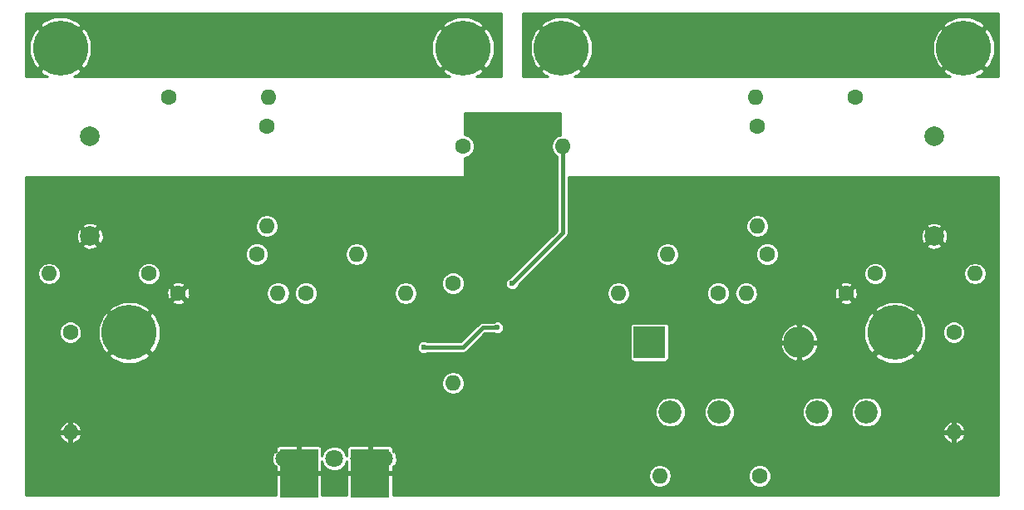
<source format=gbr>
G04 #@! TF.FileFunction,Copper,L2,Bot,Signal*
%FSLAX46Y46*%
G04 Gerber Fmt 4.6, Leading zero omitted, Abs format (unit mm)*
G04 Created by KiCad (PCBNEW 4.0.7-e2-6376~58~ubuntu14.04.1) date Sat Mar 16 06:29:51 2019*
%MOMM*%
%LPD*%
G01*
G04 APERTURE LIST*
%ADD10C,0.100000*%
%ADD11C,5.600000*%
%ADD12C,1.998980*%
%ADD13C,1.600000*%
%ADD14O,1.600000X1.600000*%
%ADD15C,2.350000*%
%ADD16C,1.800000*%
%ADD17R,3.960000X5.000000*%
%ADD18R,3.200000X3.200000*%
%ADD19O,3.200000X3.200000*%
%ADD20C,0.600000*%
%ADD21C,0.400000*%
%ADD22C,0.254000*%
G04 APERTURE END LIST*
D10*
D11*
X88000000Y-37000000D03*
X37000000Y-37000000D03*
X129000000Y-37000000D03*
X78000000Y-37000000D03*
D12*
X126000000Y-46000000D03*
X126000000Y-56160000D03*
X40000000Y-46000000D03*
X40000000Y-56160000D03*
D13*
X118000000Y-42000000D03*
D14*
X107840000Y-42000000D03*
D13*
X108000000Y-45000000D03*
D14*
X108000000Y-55160000D03*
D13*
X109000000Y-58000000D03*
D14*
X98840000Y-58000000D03*
D13*
X120000000Y-60000000D03*
D14*
X130160000Y-60000000D03*
D13*
X128000000Y-66000000D03*
D14*
X128000000Y-76160000D03*
D13*
X104000000Y-62000000D03*
D14*
X93840000Y-62000000D03*
D13*
X117000000Y-62000000D03*
D14*
X106840000Y-62000000D03*
D15*
X104100000Y-74100000D03*
X99100000Y-74100000D03*
X114100000Y-74100000D03*
X119100000Y-74100000D03*
D13*
X78000000Y-47000000D03*
D14*
X88160000Y-47000000D03*
D13*
X48000000Y-42000000D03*
D14*
X58160000Y-42000000D03*
D13*
X58000000Y-45000000D03*
D14*
X58000000Y-55160000D03*
D13*
X57000000Y-58000000D03*
D14*
X67160000Y-58000000D03*
D13*
X46000000Y-60000000D03*
D14*
X35840000Y-60000000D03*
D13*
X38000000Y-66000000D03*
D14*
X38000000Y-76160000D03*
D13*
X62000000Y-62000000D03*
D14*
X72160000Y-62000000D03*
D13*
X49000000Y-62000000D03*
D14*
X59160000Y-62000000D03*
D13*
X77000000Y-61000000D03*
D14*
X77000000Y-71160000D03*
D13*
X108200000Y-80600000D03*
D14*
X98040000Y-80600000D03*
D16*
X69980000Y-78843000D03*
X59820000Y-78843000D03*
D17*
X61280000Y-80350000D03*
X68520000Y-80350000D03*
D16*
X67440000Y-78843000D03*
X62360000Y-78843000D03*
X64900000Y-78843000D03*
D18*
X97000000Y-67000000D03*
D19*
X112240000Y-67000000D03*
D11*
X44000000Y-66000000D03*
X122000000Y-66000000D03*
D20*
X110000000Y-62000000D03*
X98100000Y-61900000D03*
X65400000Y-67400000D03*
X65000000Y-70900000D03*
X71000000Y-70900000D03*
X75200000Y-70200000D03*
X84000000Y-71900000D03*
X98300000Y-71800000D03*
X108600000Y-70900000D03*
X108600000Y-64600000D03*
X103700000Y-66700000D03*
X99900000Y-64300000D03*
X99800000Y-77700000D03*
X93500000Y-79000000D03*
X95300000Y-75500000D03*
X94500000Y-71300000D03*
X94500000Y-67700000D03*
X77100000Y-81900000D03*
X77100000Y-78500000D03*
X83500000Y-81800000D03*
X83500000Y-78800000D03*
X69600000Y-64100000D03*
X74400000Y-62900000D03*
X72500000Y-65800000D03*
X79400000Y-68400000D03*
X80800000Y-72700000D03*
X82000000Y-58000000D03*
X78800000Y-62100000D03*
X75000000Y-57700000D03*
X77300000Y-65800000D03*
X83700000Y-67500000D03*
X86500000Y-64400000D03*
X91000000Y-57600000D03*
X91700000Y-60500000D03*
X89500000Y-54000000D03*
X93200000Y-54000000D03*
X76700000Y-54000000D03*
X69600000Y-57700000D03*
X69100000Y-54300000D03*
X85500000Y-56500000D03*
X83000000Y-45000000D03*
X80000000Y-56000000D03*
X64000000Y-51000000D03*
X102000000Y-51000000D03*
X81500000Y-65500000D03*
X74000000Y-67500000D03*
X83000000Y-61000000D03*
D21*
X112240000Y-67000000D02*
X112240000Y-64240000D01*
X112240000Y-64240000D02*
X110000000Y-62000000D01*
X65400000Y-70500000D02*
X65400000Y-67400000D01*
X65000000Y-70900000D02*
X65400000Y-70500000D01*
X74500000Y-70900000D02*
X71000000Y-70900000D01*
X75200000Y-70200000D02*
X74500000Y-70900000D01*
X85050000Y-66150000D02*
X85050000Y-70850000D01*
X85050000Y-70850000D02*
X84000000Y-71900000D01*
X108600000Y-64600000D02*
X108600000Y-70900000D01*
X102300000Y-66700000D02*
X103700000Y-66700000D01*
X99900000Y-64300000D02*
X102300000Y-66700000D01*
X95300000Y-77700000D02*
X99800000Y-77700000D01*
X94400000Y-79000000D02*
X93500000Y-79000000D01*
X95300000Y-78100000D02*
X94400000Y-79000000D01*
X95300000Y-75500000D02*
X95300000Y-77700000D01*
X95300000Y-77700000D02*
X95300000Y-78100000D01*
X94500000Y-67700000D02*
X94500000Y-71300000D01*
X77100000Y-78500000D02*
X77100000Y-81900000D01*
X83500000Y-78800000D02*
X83500000Y-81800000D01*
X69600000Y-57700000D02*
X69600000Y-64100000D01*
X79400000Y-68400000D02*
X79400000Y-71300000D01*
X79400000Y-71300000D02*
X80800000Y-72700000D01*
X82000000Y-58000000D02*
X82000000Y-58900000D01*
X80000000Y-56000000D02*
X82000000Y-58000000D01*
X82000000Y-58900000D02*
X78800000Y-62100000D01*
X83700000Y-67500000D02*
X85050000Y-66150000D01*
X85050000Y-66150000D02*
X86400000Y-64800000D01*
X86400000Y-64500000D02*
X86500000Y-64400000D01*
X86400000Y-64800000D02*
X86400000Y-64500000D01*
X91500000Y-54000000D02*
X91500000Y-57100000D01*
X91500000Y-57100000D02*
X91000000Y-57600000D01*
X89500000Y-54000000D02*
X91500000Y-54000000D01*
X91500000Y-54000000D02*
X93200000Y-54000000D01*
X76700000Y-56000000D02*
X76700000Y-54000000D01*
X75000000Y-57700000D02*
X69600000Y-57700000D01*
X76700000Y-56000000D02*
X75000000Y-57700000D01*
X80000000Y-56000000D02*
X76700000Y-56000000D01*
X88160000Y-47000000D02*
X88160000Y-55840000D01*
X88160000Y-55840000D02*
X83000000Y-61000000D01*
X80000000Y-65500000D02*
X81500000Y-65500000D01*
X78000000Y-67500000D02*
X80000000Y-65500000D01*
X74000000Y-67500000D02*
X78000000Y-67500000D01*
D22*
G36*
X87873000Y-45875501D02*
X87686523Y-45912594D01*
X87304676Y-46167735D01*
X87049535Y-46549582D01*
X86959941Y-47000000D01*
X87049535Y-47450418D01*
X87304676Y-47832265D01*
X87583000Y-48018234D01*
X87583000Y-55600998D01*
X82857727Y-60326271D01*
X82617011Y-60425733D01*
X82426402Y-60616010D01*
X82323118Y-60864746D01*
X82322883Y-61134073D01*
X82425733Y-61382989D01*
X82616010Y-61573598D01*
X82864746Y-61676882D01*
X83134073Y-61677117D01*
X83382989Y-61574267D01*
X83573598Y-61383990D01*
X83674137Y-61141865D01*
X84582909Y-60233093D01*
X118822796Y-60233093D01*
X119001606Y-60665846D01*
X119332412Y-60997230D01*
X119764853Y-61176795D01*
X120233093Y-61177204D01*
X120665846Y-60998394D01*
X120997230Y-60667588D01*
X121176795Y-60235147D01*
X121177000Y-60000000D01*
X128959941Y-60000000D01*
X129049535Y-60450418D01*
X129304676Y-60832265D01*
X129686523Y-61087406D01*
X130136941Y-61177000D01*
X130183059Y-61177000D01*
X130633477Y-61087406D01*
X131015324Y-60832265D01*
X131270465Y-60450418D01*
X131360059Y-60000000D01*
X131270465Y-59549582D01*
X131015324Y-59167735D01*
X130633477Y-58912594D01*
X130183059Y-58823000D01*
X130136941Y-58823000D01*
X129686523Y-58912594D01*
X129304676Y-59167735D01*
X129049535Y-59549582D01*
X128959941Y-60000000D01*
X121177000Y-60000000D01*
X121177204Y-59766907D01*
X120998394Y-59334154D01*
X120667588Y-59002770D01*
X120235147Y-58823205D01*
X119766907Y-58822796D01*
X119334154Y-59001606D01*
X119002770Y-59332412D01*
X118823205Y-59764853D01*
X118822796Y-60233093D01*
X84582909Y-60233093D01*
X86816002Y-58000000D01*
X97639941Y-58000000D01*
X97729535Y-58450418D01*
X97984676Y-58832265D01*
X98366523Y-59087406D01*
X98816941Y-59177000D01*
X98863059Y-59177000D01*
X99313477Y-59087406D01*
X99695324Y-58832265D01*
X99950465Y-58450418D01*
X99993693Y-58233093D01*
X107822796Y-58233093D01*
X108001606Y-58665846D01*
X108332412Y-58997230D01*
X108764853Y-59176795D01*
X109233093Y-59177204D01*
X109665846Y-58998394D01*
X109997230Y-58667588D01*
X110176795Y-58235147D01*
X110177204Y-57766907D01*
X109998394Y-57334154D01*
X109835711Y-57171186D01*
X125168419Y-57171186D01*
X125281198Y-57365411D01*
X125797205Y-57548728D01*
X126344085Y-57520624D01*
X126718802Y-57365411D01*
X126831581Y-57171186D01*
X126000000Y-56339605D01*
X125168419Y-57171186D01*
X109835711Y-57171186D01*
X109667588Y-57002770D01*
X109235147Y-56823205D01*
X108766907Y-56822796D01*
X108334154Y-57001606D01*
X108002770Y-57332412D01*
X107823205Y-57764853D01*
X107822796Y-58233093D01*
X99993693Y-58233093D01*
X100040059Y-58000000D01*
X99950465Y-57549582D01*
X99695324Y-57167735D01*
X99313477Y-56912594D01*
X98863059Y-56823000D01*
X98816941Y-56823000D01*
X98366523Y-56912594D01*
X97984676Y-57167735D01*
X97729535Y-57549582D01*
X97639941Y-58000000D01*
X86816002Y-58000000D01*
X88568001Y-56248001D01*
X88693078Y-56060808D01*
X88737001Y-55840000D01*
X88737000Y-55839995D01*
X88737000Y-55136941D01*
X106823000Y-55136941D01*
X106823000Y-55183059D01*
X106912594Y-55633477D01*
X107167735Y-56015324D01*
X107549582Y-56270465D01*
X108000000Y-56360059D01*
X108450418Y-56270465D01*
X108832265Y-56015324D01*
X108871098Y-55957205D01*
X124611272Y-55957205D01*
X124639376Y-56504085D01*
X124794589Y-56878802D01*
X124988814Y-56991581D01*
X125820395Y-56160000D01*
X126179605Y-56160000D01*
X127011186Y-56991581D01*
X127205411Y-56878802D01*
X127388728Y-56362795D01*
X127360624Y-55815915D01*
X127205411Y-55441198D01*
X127011186Y-55328419D01*
X126179605Y-56160000D01*
X125820395Y-56160000D01*
X124988814Y-55328419D01*
X124794589Y-55441198D01*
X124611272Y-55957205D01*
X108871098Y-55957205D01*
X109087406Y-55633477D01*
X109177000Y-55183059D01*
X109177000Y-55148814D01*
X125168419Y-55148814D01*
X126000000Y-55980395D01*
X126831581Y-55148814D01*
X126718802Y-54954589D01*
X126202795Y-54771272D01*
X125655915Y-54799376D01*
X125281198Y-54954589D01*
X125168419Y-55148814D01*
X109177000Y-55148814D01*
X109177000Y-55136941D01*
X109087406Y-54686523D01*
X108832265Y-54304676D01*
X108450418Y-54049535D01*
X108000000Y-53959941D01*
X107549582Y-54049535D01*
X107167735Y-54304676D01*
X106912594Y-54686523D01*
X106823000Y-55136941D01*
X88737000Y-55136941D01*
X88737000Y-50127000D01*
X132548000Y-50127000D01*
X132548000Y-82548000D01*
X70877000Y-82548000D01*
X70877000Y-80600000D01*
X96839941Y-80600000D01*
X96929535Y-81050418D01*
X97184676Y-81432265D01*
X97566523Y-81687406D01*
X98016941Y-81777000D01*
X98063059Y-81777000D01*
X98513477Y-81687406D01*
X98895324Y-81432265D01*
X99150465Y-81050418D01*
X99193693Y-80833093D01*
X107022796Y-80833093D01*
X107201606Y-81265846D01*
X107532412Y-81597230D01*
X107964853Y-81776795D01*
X108433093Y-81777204D01*
X108865846Y-81598394D01*
X109197230Y-81267588D01*
X109376795Y-80835147D01*
X109377204Y-80366907D01*
X109198394Y-79934154D01*
X108867588Y-79602770D01*
X108435147Y-79423205D01*
X107966907Y-79422796D01*
X107534154Y-79601606D01*
X107202770Y-79932412D01*
X107023205Y-80364853D01*
X107022796Y-80833093D01*
X99193693Y-80833093D01*
X99240059Y-80600000D01*
X99150465Y-80149582D01*
X98895324Y-79767735D01*
X98513477Y-79512594D01*
X98063059Y-79423000D01*
X98016941Y-79423000D01*
X97566523Y-79512594D01*
X97184676Y-79767735D01*
X96929535Y-80149582D01*
X96839941Y-80600000D01*
X70877000Y-80600000D01*
X70877000Y-80571250D01*
X70782750Y-80477000D01*
X68647000Y-80477000D01*
X68647000Y-80497000D01*
X68393000Y-80497000D01*
X68393000Y-80477000D01*
X66257250Y-80477000D01*
X66163000Y-80571250D01*
X66163000Y-82548000D01*
X63637000Y-82548000D01*
X63637000Y-80571250D01*
X63542750Y-80477000D01*
X61407000Y-80477000D01*
X61407000Y-80497000D01*
X61153000Y-80497000D01*
X61153000Y-80477000D01*
X59017250Y-80477000D01*
X58923000Y-80571250D01*
X58923000Y-82548000D01*
X33452000Y-82548000D01*
X33452000Y-78663991D01*
X58530347Y-78663991D01*
X58560012Y-79171146D01*
X58697020Y-79501912D01*
X58880911Y-79602484D01*
X58923000Y-79560395D01*
X58923000Y-80128750D01*
X59017250Y-80223000D01*
X61153000Y-80223000D01*
X61153000Y-79299070D01*
X61237020Y-79501912D01*
X61407000Y-79594876D01*
X61407000Y-79616392D01*
X61351290Y-79672102D01*
X61407000Y-79727812D01*
X61407000Y-80223000D01*
X63542750Y-80223000D01*
X63637000Y-80128750D01*
X63637000Y-79130314D01*
X63816781Y-79565417D01*
X64175693Y-79924957D01*
X64644875Y-80119778D01*
X65152897Y-80120221D01*
X65622417Y-79926219D01*
X65981957Y-79567307D01*
X66163000Y-79131306D01*
X66163000Y-80128750D01*
X66257250Y-80223000D01*
X68393000Y-80223000D01*
X68393000Y-79727812D01*
X68448710Y-79672102D01*
X68393000Y-79616392D01*
X68393000Y-79594876D01*
X68562980Y-79501912D01*
X68647000Y-79259992D01*
X68647000Y-80223000D01*
X70782750Y-80223000D01*
X70877000Y-80128750D01*
X70877000Y-79560395D01*
X70919089Y-79602484D01*
X71102980Y-79501912D01*
X71269653Y-79022009D01*
X71239988Y-78514854D01*
X71102980Y-78184088D01*
X70919089Y-78083516D01*
X70877000Y-78125605D01*
X70877000Y-77775010D01*
X70819605Y-77636447D01*
X70713553Y-77530395D01*
X70574990Y-77473000D01*
X68741250Y-77473000D01*
X68647000Y-77567250D01*
X68647000Y-78386930D01*
X68562980Y-78184088D01*
X68393000Y-78091124D01*
X68393000Y-78069608D01*
X68448710Y-78013898D01*
X68393000Y-77958188D01*
X68393000Y-77567250D01*
X68298750Y-77473000D01*
X66465010Y-77473000D01*
X66326447Y-77530395D01*
X66220395Y-77636447D01*
X66163000Y-77775010D01*
X66163000Y-78555686D01*
X65983219Y-78120583D01*
X65624307Y-77761043D01*
X65155125Y-77566222D01*
X64647103Y-77565779D01*
X64177583Y-77759781D01*
X63818043Y-78118693D01*
X63637000Y-78554694D01*
X63637000Y-77775010D01*
X63579605Y-77636447D01*
X63473553Y-77530395D01*
X63334990Y-77473000D01*
X61501250Y-77473000D01*
X61407000Y-77567250D01*
X61407000Y-77958188D01*
X61351290Y-78013898D01*
X61407000Y-78069608D01*
X61407000Y-78091124D01*
X61237020Y-78184088D01*
X61153000Y-78426008D01*
X61153000Y-77567250D01*
X61058750Y-77473000D01*
X59225010Y-77473000D01*
X59086447Y-77530395D01*
X58980395Y-77636447D01*
X58923000Y-77775010D01*
X58923000Y-78125605D01*
X58880911Y-78083516D01*
X58697020Y-78184088D01*
X58530347Y-78663991D01*
X33452000Y-78663991D01*
X33452000Y-76468487D01*
X36864134Y-76468487D01*
X37068650Y-76879682D01*
X37414955Y-77181312D01*
X37691515Y-77295855D01*
X37873000Y-77235276D01*
X37873000Y-76287000D01*
X38127000Y-76287000D01*
X38127000Y-77235276D01*
X38308485Y-77295855D01*
X38585045Y-77181312D01*
X38931350Y-76879682D01*
X39135866Y-76468487D01*
X126864134Y-76468487D01*
X127068650Y-76879682D01*
X127414955Y-77181312D01*
X127691515Y-77295855D01*
X127873000Y-77235276D01*
X127873000Y-76287000D01*
X128127000Y-76287000D01*
X128127000Y-77235276D01*
X128308485Y-77295855D01*
X128585045Y-77181312D01*
X128931350Y-76879682D01*
X129135866Y-76468487D01*
X129075890Y-76287000D01*
X128127000Y-76287000D01*
X127873000Y-76287000D01*
X126924110Y-76287000D01*
X126864134Y-76468487D01*
X39135866Y-76468487D01*
X39075890Y-76287000D01*
X38127000Y-76287000D01*
X37873000Y-76287000D01*
X36924110Y-76287000D01*
X36864134Y-76468487D01*
X33452000Y-76468487D01*
X33452000Y-75851513D01*
X36864134Y-75851513D01*
X36924110Y-76033000D01*
X37873000Y-76033000D01*
X37873000Y-75084724D01*
X38127000Y-75084724D01*
X38127000Y-76033000D01*
X39075890Y-76033000D01*
X39135866Y-75851513D01*
X126864134Y-75851513D01*
X126924110Y-76033000D01*
X127873000Y-76033000D01*
X127873000Y-75084724D01*
X128127000Y-75084724D01*
X128127000Y-76033000D01*
X129075890Y-76033000D01*
X129135866Y-75851513D01*
X128931350Y-75440318D01*
X128585045Y-75138688D01*
X128308485Y-75024145D01*
X128127000Y-75084724D01*
X127873000Y-75084724D01*
X127691515Y-75024145D01*
X127414955Y-75138688D01*
X127068650Y-75440318D01*
X126864134Y-75851513D01*
X39135866Y-75851513D01*
X38931350Y-75440318D01*
X38585045Y-75138688D01*
X38308485Y-75024145D01*
X38127000Y-75084724D01*
X37873000Y-75084724D01*
X37691515Y-75024145D01*
X37414955Y-75138688D01*
X37068650Y-75440318D01*
X36864134Y-75851513D01*
X33452000Y-75851513D01*
X33452000Y-74407357D01*
X97547732Y-74407357D01*
X97783512Y-74977989D01*
X98219715Y-75414954D01*
X98789934Y-75651730D01*
X99407357Y-75652268D01*
X99977989Y-75416488D01*
X100414954Y-74980285D01*
X100651730Y-74410066D01*
X100651732Y-74407357D01*
X102547732Y-74407357D01*
X102783512Y-74977989D01*
X103219715Y-75414954D01*
X103789934Y-75651730D01*
X104407357Y-75652268D01*
X104977989Y-75416488D01*
X105414954Y-74980285D01*
X105651730Y-74410066D01*
X105651732Y-74407357D01*
X112547732Y-74407357D01*
X112783512Y-74977989D01*
X113219715Y-75414954D01*
X113789934Y-75651730D01*
X114407357Y-75652268D01*
X114977989Y-75416488D01*
X115414954Y-74980285D01*
X115651730Y-74410066D01*
X115651732Y-74407357D01*
X117547732Y-74407357D01*
X117783512Y-74977989D01*
X118219715Y-75414954D01*
X118789934Y-75651730D01*
X119407357Y-75652268D01*
X119977989Y-75416488D01*
X120414954Y-74980285D01*
X120651730Y-74410066D01*
X120652268Y-73792643D01*
X120416488Y-73222011D01*
X119980285Y-72785046D01*
X119410066Y-72548270D01*
X118792643Y-72547732D01*
X118222011Y-72783512D01*
X117785046Y-73219715D01*
X117548270Y-73789934D01*
X117547732Y-74407357D01*
X115651732Y-74407357D01*
X115652268Y-73792643D01*
X115416488Y-73222011D01*
X114980285Y-72785046D01*
X114410066Y-72548270D01*
X113792643Y-72547732D01*
X113222011Y-72783512D01*
X112785046Y-73219715D01*
X112548270Y-73789934D01*
X112547732Y-74407357D01*
X105651732Y-74407357D01*
X105652268Y-73792643D01*
X105416488Y-73222011D01*
X104980285Y-72785046D01*
X104410066Y-72548270D01*
X103792643Y-72547732D01*
X103222011Y-72783512D01*
X102785046Y-73219715D01*
X102548270Y-73789934D01*
X102547732Y-74407357D01*
X100651732Y-74407357D01*
X100652268Y-73792643D01*
X100416488Y-73222011D01*
X99980285Y-72785046D01*
X99410066Y-72548270D01*
X98792643Y-72547732D01*
X98222011Y-72783512D01*
X97785046Y-73219715D01*
X97548270Y-73789934D01*
X97547732Y-74407357D01*
X33452000Y-74407357D01*
X33452000Y-71136941D01*
X75823000Y-71136941D01*
X75823000Y-71183059D01*
X75912594Y-71633477D01*
X76167735Y-72015324D01*
X76549582Y-72270465D01*
X77000000Y-72360059D01*
X77450418Y-72270465D01*
X77832265Y-72015324D01*
X78087406Y-71633477D01*
X78177000Y-71183059D01*
X78177000Y-71136941D01*
X78087406Y-70686523D01*
X77832265Y-70304676D01*
X77450418Y-70049535D01*
X77000000Y-69959941D01*
X76549582Y-70049535D01*
X76167735Y-70304676D01*
X75912594Y-70686523D01*
X75823000Y-71136941D01*
X33452000Y-71136941D01*
X33452000Y-68311833D01*
X41867772Y-68311833D01*
X42200232Y-68693235D01*
X43367887Y-69176966D01*
X44631776Y-69177034D01*
X45799483Y-68693426D01*
X45799768Y-68693235D01*
X46132228Y-68311833D01*
X44000000Y-66179605D01*
X41867772Y-68311833D01*
X33452000Y-68311833D01*
X33452000Y-66233093D01*
X36822796Y-66233093D01*
X37001606Y-66665846D01*
X37332412Y-66997230D01*
X37764853Y-67176795D01*
X38233093Y-67177204D01*
X38665846Y-66998394D01*
X38997230Y-66667588D01*
X39012100Y-66631776D01*
X40822966Y-66631776D01*
X41306574Y-67799483D01*
X41306765Y-67799768D01*
X41688167Y-68132228D01*
X43820395Y-66000000D01*
X44179605Y-66000000D01*
X46311833Y-68132228D01*
X46693235Y-67799768D01*
X46761878Y-67634073D01*
X73322883Y-67634073D01*
X73425733Y-67882989D01*
X73616010Y-68073598D01*
X73864746Y-68176882D01*
X74134073Y-68177117D01*
X74376375Y-68077000D01*
X77999995Y-68077000D01*
X78000000Y-68077001D01*
X78220808Y-68033078D01*
X78408001Y-67908001D01*
X80239002Y-66077000D01*
X81124203Y-66077000D01*
X81364746Y-66176882D01*
X81634073Y-66177117D01*
X81882989Y-66074267D01*
X82073598Y-65883990D01*
X82176882Y-65635254D01*
X82177087Y-65400000D01*
X95015615Y-65400000D01*
X95015615Y-68600000D01*
X95041903Y-68739708D01*
X95124470Y-68868020D01*
X95250453Y-68954101D01*
X95400000Y-68984385D01*
X98600000Y-68984385D01*
X98739708Y-68958097D01*
X98868020Y-68875530D01*
X98954101Y-68749547D01*
X98984385Y-68600000D01*
X98984385Y-67434069D01*
X110311240Y-67434069D01*
X110569222Y-68056910D01*
X111100864Y-68615837D01*
X111805930Y-68928767D01*
X112113000Y-68878674D01*
X112113000Y-67127000D01*
X112367000Y-67127000D01*
X112367000Y-68878674D01*
X112674070Y-68928767D01*
X113379136Y-68615837D01*
X113668299Y-68311833D01*
X119867772Y-68311833D01*
X120200232Y-68693235D01*
X121367887Y-69176966D01*
X122631776Y-69177034D01*
X123799483Y-68693426D01*
X123799768Y-68693235D01*
X124132228Y-68311833D01*
X122000000Y-66179605D01*
X119867772Y-68311833D01*
X113668299Y-68311833D01*
X113910778Y-68056910D01*
X114168760Y-67434069D01*
X114118462Y-67127000D01*
X112367000Y-67127000D01*
X112113000Y-67127000D01*
X110361538Y-67127000D01*
X110311240Y-67434069D01*
X98984385Y-67434069D01*
X98984385Y-66565931D01*
X110311240Y-66565931D01*
X110361538Y-66873000D01*
X112113000Y-66873000D01*
X112113000Y-65121326D01*
X112367000Y-65121326D01*
X112367000Y-66873000D01*
X114118462Y-66873000D01*
X114157974Y-66631776D01*
X118822966Y-66631776D01*
X119306574Y-67799483D01*
X119306765Y-67799768D01*
X119688167Y-68132228D01*
X121820395Y-66000000D01*
X122179605Y-66000000D01*
X124311833Y-68132228D01*
X124693235Y-67799768D01*
X125176966Y-66632113D01*
X125176987Y-66233093D01*
X126822796Y-66233093D01*
X127001606Y-66665846D01*
X127332412Y-66997230D01*
X127764853Y-67176795D01*
X128233093Y-67177204D01*
X128665846Y-66998394D01*
X128997230Y-66667588D01*
X129176795Y-66235147D01*
X129177204Y-65766907D01*
X128998394Y-65334154D01*
X128667588Y-65002770D01*
X128235147Y-64823205D01*
X127766907Y-64822796D01*
X127334154Y-65001606D01*
X127002770Y-65332412D01*
X126823205Y-65764853D01*
X126822796Y-66233093D01*
X125176987Y-66233093D01*
X125177034Y-65368224D01*
X124693426Y-64200517D01*
X124693235Y-64200232D01*
X124311833Y-63867772D01*
X122179605Y-66000000D01*
X121820395Y-66000000D01*
X119688167Y-63867772D01*
X119306765Y-64200232D01*
X118823034Y-65367887D01*
X118822966Y-66631776D01*
X114157974Y-66631776D01*
X114168760Y-66565931D01*
X113910778Y-65943090D01*
X113379136Y-65384163D01*
X112674070Y-65071233D01*
X112367000Y-65121326D01*
X112113000Y-65121326D01*
X111805930Y-65071233D01*
X111100864Y-65384163D01*
X110569222Y-65943090D01*
X110311240Y-66565931D01*
X98984385Y-66565931D01*
X98984385Y-65400000D01*
X98958097Y-65260292D01*
X98875530Y-65131980D01*
X98749547Y-65045899D01*
X98600000Y-65015615D01*
X95400000Y-65015615D01*
X95260292Y-65041903D01*
X95131980Y-65124470D01*
X95045899Y-65250453D01*
X95015615Y-65400000D01*
X82177087Y-65400000D01*
X82177117Y-65365927D01*
X82074267Y-65117011D01*
X81883990Y-64926402D01*
X81635254Y-64823118D01*
X81365927Y-64822883D01*
X81123625Y-64923000D01*
X80000000Y-64923000D01*
X79779192Y-64966922D01*
X79591999Y-65091999D01*
X77760998Y-66923000D01*
X74375797Y-66923000D01*
X74135254Y-66823118D01*
X73865927Y-66822883D01*
X73617011Y-66925733D01*
X73426402Y-67116010D01*
X73323118Y-67364746D01*
X73322883Y-67634073D01*
X46761878Y-67634073D01*
X47176966Y-66632113D01*
X47177034Y-65368224D01*
X46693426Y-64200517D01*
X46693235Y-64200232D01*
X46311833Y-63867772D01*
X44179605Y-66000000D01*
X43820395Y-66000000D01*
X41688167Y-63867772D01*
X41306765Y-64200232D01*
X40823034Y-65367887D01*
X40822966Y-66631776D01*
X39012100Y-66631776D01*
X39176795Y-66235147D01*
X39177204Y-65766907D01*
X38998394Y-65334154D01*
X38667588Y-65002770D01*
X38235147Y-64823205D01*
X37766907Y-64822796D01*
X37334154Y-65001606D01*
X37002770Y-65332412D01*
X36823205Y-65764853D01*
X36822796Y-66233093D01*
X33452000Y-66233093D01*
X33452000Y-63688167D01*
X41867772Y-63688167D01*
X44000000Y-65820395D01*
X46132228Y-63688167D01*
X119867772Y-63688167D01*
X122000000Y-65820395D01*
X124132228Y-63688167D01*
X123799768Y-63306765D01*
X122632113Y-62823034D01*
X121368224Y-62822966D01*
X120200517Y-63306574D01*
X120200232Y-63306765D01*
X119867772Y-63688167D01*
X46132228Y-63688167D01*
X45799768Y-63306765D01*
X44737164Y-62866554D01*
X48313051Y-62866554D01*
X48401329Y-63040065D01*
X48844916Y-63189996D01*
X49312113Y-63158761D01*
X49598671Y-63040065D01*
X49686949Y-62866554D01*
X49000000Y-62179605D01*
X48313051Y-62866554D01*
X44737164Y-62866554D01*
X44632113Y-62823034D01*
X43368224Y-62822966D01*
X42200517Y-63306574D01*
X42200232Y-63306765D01*
X41867772Y-63688167D01*
X33452000Y-63688167D01*
X33452000Y-61844916D01*
X47810004Y-61844916D01*
X47841239Y-62312113D01*
X47959935Y-62598671D01*
X48133446Y-62686949D01*
X48820395Y-62000000D01*
X49179605Y-62000000D01*
X49866554Y-62686949D01*
X50040065Y-62598671D01*
X50189996Y-62155084D01*
X50179628Y-62000000D01*
X57959941Y-62000000D01*
X58049535Y-62450418D01*
X58304676Y-62832265D01*
X58686523Y-63087406D01*
X59136941Y-63177000D01*
X59183059Y-63177000D01*
X59633477Y-63087406D01*
X60015324Y-62832265D01*
X60270465Y-62450418D01*
X60313693Y-62233093D01*
X60822796Y-62233093D01*
X61001606Y-62665846D01*
X61332412Y-62997230D01*
X61764853Y-63176795D01*
X62233093Y-63177204D01*
X62665846Y-62998394D01*
X62997230Y-62667588D01*
X63176795Y-62235147D01*
X63177000Y-62000000D01*
X70959941Y-62000000D01*
X71049535Y-62450418D01*
X71304676Y-62832265D01*
X71686523Y-63087406D01*
X72136941Y-63177000D01*
X72183059Y-63177000D01*
X72633477Y-63087406D01*
X73015324Y-62832265D01*
X73270465Y-62450418D01*
X73360059Y-62000000D01*
X73270465Y-61549582D01*
X73058995Y-61233093D01*
X75822796Y-61233093D01*
X76001606Y-61665846D01*
X76332412Y-61997230D01*
X76764853Y-62176795D01*
X77233093Y-62177204D01*
X77661959Y-62000000D01*
X92639941Y-62000000D01*
X92729535Y-62450418D01*
X92984676Y-62832265D01*
X93366523Y-63087406D01*
X93816941Y-63177000D01*
X93863059Y-63177000D01*
X94313477Y-63087406D01*
X94695324Y-62832265D01*
X94950465Y-62450418D01*
X94993693Y-62233093D01*
X102822796Y-62233093D01*
X103001606Y-62665846D01*
X103332412Y-62997230D01*
X103764853Y-63176795D01*
X104233093Y-63177204D01*
X104665846Y-62998394D01*
X104997230Y-62667588D01*
X105176795Y-62235147D01*
X105177000Y-62000000D01*
X105639941Y-62000000D01*
X105729535Y-62450418D01*
X105984676Y-62832265D01*
X106366523Y-63087406D01*
X106816941Y-63177000D01*
X106863059Y-63177000D01*
X107313477Y-63087406D01*
X107644006Y-62866554D01*
X116313051Y-62866554D01*
X116401329Y-63040065D01*
X116844916Y-63189996D01*
X117312113Y-63158761D01*
X117598671Y-63040065D01*
X117686949Y-62866554D01*
X117000000Y-62179605D01*
X116313051Y-62866554D01*
X107644006Y-62866554D01*
X107695324Y-62832265D01*
X107950465Y-62450418D01*
X108040059Y-62000000D01*
X108009211Y-61844916D01*
X115810004Y-61844916D01*
X115841239Y-62312113D01*
X115959935Y-62598671D01*
X116133446Y-62686949D01*
X116820395Y-62000000D01*
X117179605Y-62000000D01*
X117866554Y-62686949D01*
X118040065Y-62598671D01*
X118189996Y-62155084D01*
X118158761Y-61687887D01*
X118040065Y-61401329D01*
X117866554Y-61313051D01*
X117179605Y-62000000D01*
X116820395Y-62000000D01*
X116133446Y-61313051D01*
X115959935Y-61401329D01*
X115810004Y-61844916D01*
X108009211Y-61844916D01*
X107950465Y-61549582D01*
X107695324Y-61167735D01*
X107644007Y-61133446D01*
X116313051Y-61133446D01*
X117000000Y-61820395D01*
X117686949Y-61133446D01*
X117598671Y-60959935D01*
X117155084Y-60810004D01*
X116687887Y-60841239D01*
X116401329Y-60959935D01*
X116313051Y-61133446D01*
X107644007Y-61133446D01*
X107313477Y-60912594D01*
X106863059Y-60823000D01*
X106816941Y-60823000D01*
X106366523Y-60912594D01*
X105984676Y-61167735D01*
X105729535Y-61549582D01*
X105639941Y-62000000D01*
X105177000Y-62000000D01*
X105177204Y-61766907D01*
X104998394Y-61334154D01*
X104667588Y-61002770D01*
X104235147Y-60823205D01*
X103766907Y-60822796D01*
X103334154Y-61001606D01*
X103002770Y-61332412D01*
X102823205Y-61764853D01*
X102822796Y-62233093D01*
X94993693Y-62233093D01*
X95040059Y-62000000D01*
X94950465Y-61549582D01*
X94695324Y-61167735D01*
X94313477Y-60912594D01*
X93863059Y-60823000D01*
X93816941Y-60823000D01*
X93366523Y-60912594D01*
X92984676Y-61167735D01*
X92729535Y-61549582D01*
X92639941Y-62000000D01*
X77661959Y-62000000D01*
X77665846Y-61998394D01*
X77997230Y-61667588D01*
X78176795Y-61235147D01*
X78177204Y-60766907D01*
X77998394Y-60334154D01*
X77667588Y-60002770D01*
X77235147Y-59823205D01*
X76766907Y-59822796D01*
X76334154Y-60001606D01*
X76002770Y-60332412D01*
X75823205Y-60764853D01*
X75822796Y-61233093D01*
X73058995Y-61233093D01*
X73015324Y-61167735D01*
X72633477Y-60912594D01*
X72183059Y-60823000D01*
X72136941Y-60823000D01*
X71686523Y-60912594D01*
X71304676Y-61167735D01*
X71049535Y-61549582D01*
X70959941Y-62000000D01*
X63177000Y-62000000D01*
X63177204Y-61766907D01*
X62998394Y-61334154D01*
X62667588Y-61002770D01*
X62235147Y-60823205D01*
X61766907Y-60822796D01*
X61334154Y-61001606D01*
X61002770Y-61332412D01*
X60823205Y-61764853D01*
X60822796Y-62233093D01*
X60313693Y-62233093D01*
X60360059Y-62000000D01*
X60270465Y-61549582D01*
X60015324Y-61167735D01*
X59633477Y-60912594D01*
X59183059Y-60823000D01*
X59136941Y-60823000D01*
X58686523Y-60912594D01*
X58304676Y-61167735D01*
X58049535Y-61549582D01*
X57959941Y-62000000D01*
X50179628Y-62000000D01*
X50158761Y-61687887D01*
X50040065Y-61401329D01*
X49866554Y-61313051D01*
X49179605Y-62000000D01*
X48820395Y-62000000D01*
X48133446Y-61313051D01*
X47959935Y-61401329D01*
X47810004Y-61844916D01*
X33452000Y-61844916D01*
X33452000Y-60000000D01*
X34639941Y-60000000D01*
X34729535Y-60450418D01*
X34984676Y-60832265D01*
X35366523Y-61087406D01*
X35816941Y-61177000D01*
X35863059Y-61177000D01*
X36313477Y-61087406D01*
X36695324Y-60832265D01*
X36950465Y-60450418D01*
X36993693Y-60233093D01*
X44822796Y-60233093D01*
X45001606Y-60665846D01*
X45332412Y-60997230D01*
X45764853Y-61176795D01*
X46233093Y-61177204D01*
X46338995Y-61133446D01*
X48313051Y-61133446D01*
X49000000Y-61820395D01*
X49686949Y-61133446D01*
X49598671Y-60959935D01*
X49155084Y-60810004D01*
X48687887Y-60841239D01*
X48401329Y-60959935D01*
X48313051Y-61133446D01*
X46338995Y-61133446D01*
X46665846Y-60998394D01*
X46997230Y-60667588D01*
X47176795Y-60235147D01*
X47177204Y-59766907D01*
X46998394Y-59334154D01*
X46667588Y-59002770D01*
X46235147Y-58823205D01*
X45766907Y-58822796D01*
X45334154Y-59001606D01*
X45002770Y-59332412D01*
X44823205Y-59764853D01*
X44822796Y-60233093D01*
X36993693Y-60233093D01*
X37040059Y-60000000D01*
X36950465Y-59549582D01*
X36695324Y-59167735D01*
X36313477Y-58912594D01*
X35863059Y-58823000D01*
X35816941Y-58823000D01*
X35366523Y-58912594D01*
X34984676Y-59167735D01*
X34729535Y-59549582D01*
X34639941Y-60000000D01*
X33452000Y-60000000D01*
X33452000Y-58233093D01*
X55822796Y-58233093D01*
X56001606Y-58665846D01*
X56332412Y-58997230D01*
X56764853Y-59176795D01*
X57233093Y-59177204D01*
X57665846Y-58998394D01*
X57997230Y-58667588D01*
X58176795Y-58235147D01*
X58177000Y-58000000D01*
X65959941Y-58000000D01*
X66049535Y-58450418D01*
X66304676Y-58832265D01*
X66686523Y-59087406D01*
X67136941Y-59177000D01*
X67183059Y-59177000D01*
X67633477Y-59087406D01*
X68015324Y-58832265D01*
X68270465Y-58450418D01*
X68360059Y-58000000D01*
X68270465Y-57549582D01*
X68015324Y-57167735D01*
X67633477Y-56912594D01*
X67183059Y-56823000D01*
X67136941Y-56823000D01*
X66686523Y-56912594D01*
X66304676Y-57167735D01*
X66049535Y-57549582D01*
X65959941Y-58000000D01*
X58177000Y-58000000D01*
X58177204Y-57766907D01*
X57998394Y-57334154D01*
X57667588Y-57002770D01*
X57235147Y-56823205D01*
X56766907Y-56822796D01*
X56334154Y-57001606D01*
X56002770Y-57332412D01*
X55823205Y-57764853D01*
X55822796Y-58233093D01*
X33452000Y-58233093D01*
X33452000Y-57171186D01*
X39168419Y-57171186D01*
X39281198Y-57365411D01*
X39797205Y-57548728D01*
X40344085Y-57520624D01*
X40718802Y-57365411D01*
X40831581Y-57171186D01*
X40000000Y-56339605D01*
X39168419Y-57171186D01*
X33452000Y-57171186D01*
X33452000Y-55957205D01*
X38611272Y-55957205D01*
X38639376Y-56504085D01*
X38794589Y-56878802D01*
X38988814Y-56991581D01*
X39820395Y-56160000D01*
X40179605Y-56160000D01*
X41011186Y-56991581D01*
X41205411Y-56878802D01*
X41388728Y-56362795D01*
X41360624Y-55815915D01*
X41205411Y-55441198D01*
X41011186Y-55328419D01*
X40179605Y-56160000D01*
X39820395Y-56160000D01*
X38988814Y-55328419D01*
X38794589Y-55441198D01*
X38611272Y-55957205D01*
X33452000Y-55957205D01*
X33452000Y-55148814D01*
X39168419Y-55148814D01*
X40000000Y-55980395D01*
X40831581Y-55148814D01*
X40824687Y-55136941D01*
X56823000Y-55136941D01*
X56823000Y-55183059D01*
X56912594Y-55633477D01*
X57167735Y-56015324D01*
X57549582Y-56270465D01*
X58000000Y-56360059D01*
X58450418Y-56270465D01*
X58832265Y-56015324D01*
X59087406Y-55633477D01*
X59177000Y-55183059D01*
X59177000Y-55136941D01*
X59087406Y-54686523D01*
X58832265Y-54304676D01*
X58450418Y-54049535D01*
X58000000Y-53959941D01*
X57549582Y-54049535D01*
X57167735Y-54304676D01*
X56912594Y-54686523D01*
X56823000Y-55136941D01*
X40824687Y-55136941D01*
X40718802Y-54954589D01*
X40202795Y-54771272D01*
X39655915Y-54799376D01*
X39281198Y-54954589D01*
X39168419Y-55148814D01*
X33452000Y-55148814D01*
X33452000Y-50127000D01*
X78000000Y-50127000D01*
X78049410Y-50116994D01*
X78091035Y-50088553D01*
X78118315Y-50046159D01*
X78127000Y-50000000D01*
X78127000Y-48177111D01*
X78233093Y-48177204D01*
X78665846Y-47998394D01*
X78997230Y-47667588D01*
X79176795Y-47235147D01*
X79177204Y-46766907D01*
X78998394Y-46334154D01*
X78667588Y-46002770D01*
X78235147Y-45823205D01*
X78127000Y-45823111D01*
X78127000Y-43627000D01*
X87873000Y-43627000D01*
X87873000Y-45875501D01*
X87873000Y-45875501D01*
G37*
X87873000Y-45875501D02*
X87686523Y-45912594D01*
X87304676Y-46167735D01*
X87049535Y-46549582D01*
X86959941Y-47000000D01*
X87049535Y-47450418D01*
X87304676Y-47832265D01*
X87583000Y-48018234D01*
X87583000Y-55600998D01*
X82857727Y-60326271D01*
X82617011Y-60425733D01*
X82426402Y-60616010D01*
X82323118Y-60864746D01*
X82322883Y-61134073D01*
X82425733Y-61382989D01*
X82616010Y-61573598D01*
X82864746Y-61676882D01*
X83134073Y-61677117D01*
X83382989Y-61574267D01*
X83573598Y-61383990D01*
X83674137Y-61141865D01*
X84582909Y-60233093D01*
X118822796Y-60233093D01*
X119001606Y-60665846D01*
X119332412Y-60997230D01*
X119764853Y-61176795D01*
X120233093Y-61177204D01*
X120665846Y-60998394D01*
X120997230Y-60667588D01*
X121176795Y-60235147D01*
X121177000Y-60000000D01*
X128959941Y-60000000D01*
X129049535Y-60450418D01*
X129304676Y-60832265D01*
X129686523Y-61087406D01*
X130136941Y-61177000D01*
X130183059Y-61177000D01*
X130633477Y-61087406D01*
X131015324Y-60832265D01*
X131270465Y-60450418D01*
X131360059Y-60000000D01*
X131270465Y-59549582D01*
X131015324Y-59167735D01*
X130633477Y-58912594D01*
X130183059Y-58823000D01*
X130136941Y-58823000D01*
X129686523Y-58912594D01*
X129304676Y-59167735D01*
X129049535Y-59549582D01*
X128959941Y-60000000D01*
X121177000Y-60000000D01*
X121177204Y-59766907D01*
X120998394Y-59334154D01*
X120667588Y-59002770D01*
X120235147Y-58823205D01*
X119766907Y-58822796D01*
X119334154Y-59001606D01*
X119002770Y-59332412D01*
X118823205Y-59764853D01*
X118822796Y-60233093D01*
X84582909Y-60233093D01*
X86816002Y-58000000D01*
X97639941Y-58000000D01*
X97729535Y-58450418D01*
X97984676Y-58832265D01*
X98366523Y-59087406D01*
X98816941Y-59177000D01*
X98863059Y-59177000D01*
X99313477Y-59087406D01*
X99695324Y-58832265D01*
X99950465Y-58450418D01*
X99993693Y-58233093D01*
X107822796Y-58233093D01*
X108001606Y-58665846D01*
X108332412Y-58997230D01*
X108764853Y-59176795D01*
X109233093Y-59177204D01*
X109665846Y-58998394D01*
X109997230Y-58667588D01*
X110176795Y-58235147D01*
X110177204Y-57766907D01*
X109998394Y-57334154D01*
X109835711Y-57171186D01*
X125168419Y-57171186D01*
X125281198Y-57365411D01*
X125797205Y-57548728D01*
X126344085Y-57520624D01*
X126718802Y-57365411D01*
X126831581Y-57171186D01*
X126000000Y-56339605D01*
X125168419Y-57171186D01*
X109835711Y-57171186D01*
X109667588Y-57002770D01*
X109235147Y-56823205D01*
X108766907Y-56822796D01*
X108334154Y-57001606D01*
X108002770Y-57332412D01*
X107823205Y-57764853D01*
X107822796Y-58233093D01*
X99993693Y-58233093D01*
X100040059Y-58000000D01*
X99950465Y-57549582D01*
X99695324Y-57167735D01*
X99313477Y-56912594D01*
X98863059Y-56823000D01*
X98816941Y-56823000D01*
X98366523Y-56912594D01*
X97984676Y-57167735D01*
X97729535Y-57549582D01*
X97639941Y-58000000D01*
X86816002Y-58000000D01*
X88568001Y-56248001D01*
X88693078Y-56060808D01*
X88737001Y-55840000D01*
X88737000Y-55839995D01*
X88737000Y-55136941D01*
X106823000Y-55136941D01*
X106823000Y-55183059D01*
X106912594Y-55633477D01*
X107167735Y-56015324D01*
X107549582Y-56270465D01*
X108000000Y-56360059D01*
X108450418Y-56270465D01*
X108832265Y-56015324D01*
X108871098Y-55957205D01*
X124611272Y-55957205D01*
X124639376Y-56504085D01*
X124794589Y-56878802D01*
X124988814Y-56991581D01*
X125820395Y-56160000D01*
X126179605Y-56160000D01*
X127011186Y-56991581D01*
X127205411Y-56878802D01*
X127388728Y-56362795D01*
X127360624Y-55815915D01*
X127205411Y-55441198D01*
X127011186Y-55328419D01*
X126179605Y-56160000D01*
X125820395Y-56160000D01*
X124988814Y-55328419D01*
X124794589Y-55441198D01*
X124611272Y-55957205D01*
X108871098Y-55957205D01*
X109087406Y-55633477D01*
X109177000Y-55183059D01*
X109177000Y-55148814D01*
X125168419Y-55148814D01*
X126000000Y-55980395D01*
X126831581Y-55148814D01*
X126718802Y-54954589D01*
X126202795Y-54771272D01*
X125655915Y-54799376D01*
X125281198Y-54954589D01*
X125168419Y-55148814D01*
X109177000Y-55148814D01*
X109177000Y-55136941D01*
X109087406Y-54686523D01*
X108832265Y-54304676D01*
X108450418Y-54049535D01*
X108000000Y-53959941D01*
X107549582Y-54049535D01*
X107167735Y-54304676D01*
X106912594Y-54686523D01*
X106823000Y-55136941D01*
X88737000Y-55136941D01*
X88737000Y-50127000D01*
X132548000Y-50127000D01*
X132548000Y-82548000D01*
X70877000Y-82548000D01*
X70877000Y-80600000D01*
X96839941Y-80600000D01*
X96929535Y-81050418D01*
X97184676Y-81432265D01*
X97566523Y-81687406D01*
X98016941Y-81777000D01*
X98063059Y-81777000D01*
X98513477Y-81687406D01*
X98895324Y-81432265D01*
X99150465Y-81050418D01*
X99193693Y-80833093D01*
X107022796Y-80833093D01*
X107201606Y-81265846D01*
X107532412Y-81597230D01*
X107964853Y-81776795D01*
X108433093Y-81777204D01*
X108865846Y-81598394D01*
X109197230Y-81267588D01*
X109376795Y-80835147D01*
X109377204Y-80366907D01*
X109198394Y-79934154D01*
X108867588Y-79602770D01*
X108435147Y-79423205D01*
X107966907Y-79422796D01*
X107534154Y-79601606D01*
X107202770Y-79932412D01*
X107023205Y-80364853D01*
X107022796Y-80833093D01*
X99193693Y-80833093D01*
X99240059Y-80600000D01*
X99150465Y-80149582D01*
X98895324Y-79767735D01*
X98513477Y-79512594D01*
X98063059Y-79423000D01*
X98016941Y-79423000D01*
X97566523Y-79512594D01*
X97184676Y-79767735D01*
X96929535Y-80149582D01*
X96839941Y-80600000D01*
X70877000Y-80600000D01*
X70877000Y-80571250D01*
X70782750Y-80477000D01*
X68647000Y-80477000D01*
X68647000Y-80497000D01*
X68393000Y-80497000D01*
X68393000Y-80477000D01*
X66257250Y-80477000D01*
X66163000Y-80571250D01*
X66163000Y-82548000D01*
X63637000Y-82548000D01*
X63637000Y-80571250D01*
X63542750Y-80477000D01*
X61407000Y-80477000D01*
X61407000Y-80497000D01*
X61153000Y-80497000D01*
X61153000Y-80477000D01*
X59017250Y-80477000D01*
X58923000Y-80571250D01*
X58923000Y-82548000D01*
X33452000Y-82548000D01*
X33452000Y-78663991D01*
X58530347Y-78663991D01*
X58560012Y-79171146D01*
X58697020Y-79501912D01*
X58880911Y-79602484D01*
X58923000Y-79560395D01*
X58923000Y-80128750D01*
X59017250Y-80223000D01*
X61153000Y-80223000D01*
X61153000Y-79299070D01*
X61237020Y-79501912D01*
X61407000Y-79594876D01*
X61407000Y-79616392D01*
X61351290Y-79672102D01*
X61407000Y-79727812D01*
X61407000Y-80223000D01*
X63542750Y-80223000D01*
X63637000Y-80128750D01*
X63637000Y-79130314D01*
X63816781Y-79565417D01*
X64175693Y-79924957D01*
X64644875Y-80119778D01*
X65152897Y-80120221D01*
X65622417Y-79926219D01*
X65981957Y-79567307D01*
X66163000Y-79131306D01*
X66163000Y-80128750D01*
X66257250Y-80223000D01*
X68393000Y-80223000D01*
X68393000Y-79727812D01*
X68448710Y-79672102D01*
X68393000Y-79616392D01*
X68393000Y-79594876D01*
X68562980Y-79501912D01*
X68647000Y-79259992D01*
X68647000Y-80223000D01*
X70782750Y-80223000D01*
X70877000Y-80128750D01*
X70877000Y-79560395D01*
X70919089Y-79602484D01*
X71102980Y-79501912D01*
X71269653Y-79022009D01*
X71239988Y-78514854D01*
X71102980Y-78184088D01*
X70919089Y-78083516D01*
X70877000Y-78125605D01*
X70877000Y-77775010D01*
X70819605Y-77636447D01*
X70713553Y-77530395D01*
X70574990Y-77473000D01*
X68741250Y-77473000D01*
X68647000Y-77567250D01*
X68647000Y-78386930D01*
X68562980Y-78184088D01*
X68393000Y-78091124D01*
X68393000Y-78069608D01*
X68448710Y-78013898D01*
X68393000Y-77958188D01*
X68393000Y-77567250D01*
X68298750Y-77473000D01*
X66465010Y-77473000D01*
X66326447Y-77530395D01*
X66220395Y-77636447D01*
X66163000Y-77775010D01*
X66163000Y-78555686D01*
X65983219Y-78120583D01*
X65624307Y-77761043D01*
X65155125Y-77566222D01*
X64647103Y-77565779D01*
X64177583Y-77759781D01*
X63818043Y-78118693D01*
X63637000Y-78554694D01*
X63637000Y-77775010D01*
X63579605Y-77636447D01*
X63473553Y-77530395D01*
X63334990Y-77473000D01*
X61501250Y-77473000D01*
X61407000Y-77567250D01*
X61407000Y-77958188D01*
X61351290Y-78013898D01*
X61407000Y-78069608D01*
X61407000Y-78091124D01*
X61237020Y-78184088D01*
X61153000Y-78426008D01*
X61153000Y-77567250D01*
X61058750Y-77473000D01*
X59225010Y-77473000D01*
X59086447Y-77530395D01*
X58980395Y-77636447D01*
X58923000Y-77775010D01*
X58923000Y-78125605D01*
X58880911Y-78083516D01*
X58697020Y-78184088D01*
X58530347Y-78663991D01*
X33452000Y-78663991D01*
X33452000Y-76468487D01*
X36864134Y-76468487D01*
X37068650Y-76879682D01*
X37414955Y-77181312D01*
X37691515Y-77295855D01*
X37873000Y-77235276D01*
X37873000Y-76287000D01*
X38127000Y-76287000D01*
X38127000Y-77235276D01*
X38308485Y-77295855D01*
X38585045Y-77181312D01*
X38931350Y-76879682D01*
X39135866Y-76468487D01*
X126864134Y-76468487D01*
X127068650Y-76879682D01*
X127414955Y-77181312D01*
X127691515Y-77295855D01*
X127873000Y-77235276D01*
X127873000Y-76287000D01*
X128127000Y-76287000D01*
X128127000Y-77235276D01*
X128308485Y-77295855D01*
X128585045Y-77181312D01*
X128931350Y-76879682D01*
X129135866Y-76468487D01*
X129075890Y-76287000D01*
X128127000Y-76287000D01*
X127873000Y-76287000D01*
X126924110Y-76287000D01*
X126864134Y-76468487D01*
X39135866Y-76468487D01*
X39075890Y-76287000D01*
X38127000Y-76287000D01*
X37873000Y-76287000D01*
X36924110Y-76287000D01*
X36864134Y-76468487D01*
X33452000Y-76468487D01*
X33452000Y-75851513D01*
X36864134Y-75851513D01*
X36924110Y-76033000D01*
X37873000Y-76033000D01*
X37873000Y-75084724D01*
X38127000Y-75084724D01*
X38127000Y-76033000D01*
X39075890Y-76033000D01*
X39135866Y-75851513D01*
X126864134Y-75851513D01*
X126924110Y-76033000D01*
X127873000Y-76033000D01*
X127873000Y-75084724D01*
X128127000Y-75084724D01*
X128127000Y-76033000D01*
X129075890Y-76033000D01*
X129135866Y-75851513D01*
X128931350Y-75440318D01*
X128585045Y-75138688D01*
X128308485Y-75024145D01*
X128127000Y-75084724D01*
X127873000Y-75084724D01*
X127691515Y-75024145D01*
X127414955Y-75138688D01*
X127068650Y-75440318D01*
X126864134Y-75851513D01*
X39135866Y-75851513D01*
X38931350Y-75440318D01*
X38585045Y-75138688D01*
X38308485Y-75024145D01*
X38127000Y-75084724D01*
X37873000Y-75084724D01*
X37691515Y-75024145D01*
X37414955Y-75138688D01*
X37068650Y-75440318D01*
X36864134Y-75851513D01*
X33452000Y-75851513D01*
X33452000Y-74407357D01*
X97547732Y-74407357D01*
X97783512Y-74977989D01*
X98219715Y-75414954D01*
X98789934Y-75651730D01*
X99407357Y-75652268D01*
X99977989Y-75416488D01*
X100414954Y-74980285D01*
X100651730Y-74410066D01*
X100651732Y-74407357D01*
X102547732Y-74407357D01*
X102783512Y-74977989D01*
X103219715Y-75414954D01*
X103789934Y-75651730D01*
X104407357Y-75652268D01*
X104977989Y-75416488D01*
X105414954Y-74980285D01*
X105651730Y-74410066D01*
X105651732Y-74407357D01*
X112547732Y-74407357D01*
X112783512Y-74977989D01*
X113219715Y-75414954D01*
X113789934Y-75651730D01*
X114407357Y-75652268D01*
X114977989Y-75416488D01*
X115414954Y-74980285D01*
X115651730Y-74410066D01*
X115651732Y-74407357D01*
X117547732Y-74407357D01*
X117783512Y-74977989D01*
X118219715Y-75414954D01*
X118789934Y-75651730D01*
X119407357Y-75652268D01*
X119977989Y-75416488D01*
X120414954Y-74980285D01*
X120651730Y-74410066D01*
X120652268Y-73792643D01*
X120416488Y-73222011D01*
X119980285Y-72785046D01*
X119410066Y-72548270D01*
X118792643Y-72547732D01*
X118222011Y-72783512D01*
X117785046Y-73219715D01*
X117548270Y-73789934D01*
X117547732Y-74407357D01*
X115651732Y-74407357D01*
X115652268Y-73792643D01*
X115416488Y-73222011D01*
X114980285Y-72785046D01*
X114410066Y-72548270D01*
X113792643Y-72547732D01*
X113222011Y-72783512D01*
X112785046Y-73219715D01*
X112548270Y-73789934D01*
X112547732Y-74407357D01*
X105651732Y-74407357D01*
X105652268Y-73792643D01*
X105416488Y-73222011D01*
X104980285Y-72785046D01*
X104410066Y-72548270D01*
X103792643Y-72547732D01*
X103222011Y-72783512D01*
X102785046Y-73219715D01*
X102548270Y-73789934D01*
X102547732Y-74407357D01*
X100651732Y-74407357D01*
X100652268Y-73792643D01*
X100416488Y-73222011D01*
X99980285Y-72785046D01*
X99410066Y-72548270D01*
X98792643Y-72547732D01*
X98222011Y-72783512D01*
X97785046Y-73219715D01*
X97548270Y-73789934D01*
X97547732Y-74407357D01*
X33452000Y-74407357D01*
X33452000Y-71136941D01*
X75823000Y-71136941D01*
X75823000Y-71183059D01*
X75912594Y-71633477D01*
X76167735Y-72015324D01*
X76549582Y-72270465D01*
X77000000Y-72360059D01*
X77450418Y-72270465D01*
X77832265Y-72015324D01*
X78087406Y-71633477D01*
X78177000Y-71183059D01*
X78177000Y-71136941D01*
X78087406Y-70686523D01*
X77832265Y-70304676D01*
X77450418Y-70049535D01*
X77000000Y-69959941D01*
X76549582Y-70049535D01*
X76167735Y-70304676D01*
X75912594Y-70686523D01*
X75823000Y-71136941D01*
X33452000Y-71136941D01*
X33452000Y-68311833D01*
X41867772Y-68311833D01*
X42200232Y-68693235D01*
X43367887Y-69176966D01*
X44631776Y-69177034D01*
X45799483Y-68693426D01*
X45799768Y-68693235D01*
X46132228Y-68311833D01*
X44000000Y-66179605D01*
X41867772Y-68311833D01*
X33452000Y-68311833D01*
X33452000Y-66233093D01*
X36822796Y-66233093D01*
X37001606Y-66665846D01*
X37332412Y-66997230D01*
X37764853Y-67176795D01*
X38233093Y-67177204D01*
X38665846Y-66998394D01*
X38997230Y-66667588D01*
X39012100Y-66631776D01*
X40822966Y-66631776D01*
X41306574Y-67799483D01*
X41306765Y-67799768D01*
X41688167Y-68132228D01*
X43820395Y-66000000D01*
X44179605Y-66000000D01*
X46311833Y-68132228D01*
X46693235Y-67799768D01*
X46761878Y-67634073D01*
X73322883Y-67634073D01*
X73425733Y-67882989D01*
X73616010Y-68073598D01*
X73864746Y-68176882D01*
X74134073Y-68177117D01*
X74376375Y-68077000D01*
X77999995Y-68077000D01*
X78000000Y-68077001D01*
X78220808Y-68033078D01*
X78408001Y-67908001D01*
X80239002Y-66077000D01*
X81124203Y-66077000D01*
X81364746Y-66176882D01*
X81634073Y-66177117D01*
X81882989Y-66074267D01*
X82073598Y-65883990D01*
X82176882Y-65635254D01*
X82177087Y-65400000D01*
X95015615Y-65400000D01*
X95015615Y-68600000D01*
X95041903Y-68739708D01*
X95124470Y-68868020D01*
X95250453Y-68954101D01*
X95400000Y-68984385D01*
X98600000Y-68984385D01*
X98739708Y-68958097D01*
X98868020Y-68875530D01*
X98954101Y-68749547D01*
X98984385Y-68600000D01*
X98984385Y-67434069D01*
X110311240Y-67434069D01*
X110569222Y-68056910D01*
X111100864Y-68615837D01*
X111805930Y-68928767D01*
X112113000Y-68878674D01*
X112113000Y-67127000D01*
X112367000Y-67127000D01*
X112367000Y-68878674D01*
X112674070Y-68928767D01*
X113379136Y-68615837D01*
X113668299Y-68311833D01*
X119867772Y-68311833D01*
X120200232Y-68693235D01*
X121367887Y-69176966D01*
X122631776Y-69177034D01*
X123799483Y-68693426D01*
X123799768Y-68693235D01*
X124132228Y-68311833D01*
X122000000Y-66179605D01*
X119867772Y-68311833D01*
X113668299Y-68311833D01*
X113910778Y-68056910D01*
X114168760Y-67434069D01*
X114118462Y-67127000D01*
X112367000Y-67127000D01*
X112113000Y-67127000D01*
X110361538Y-67127000D01*
X110311240Y-67434069D01*
X98984385Y-67434069D01*
X98984385Y-66565931D01*
X110311240Y-66565931D01*
X110361538Y-66873000D01*
X112113000Y-66873000D01*
X112113000Y-65121326D01*
X112367000Y-65121326D01*
X112367000Y-66873000D01*
X114118462Y-66873000D01*
X114157974Y-66631776D01*
X118822966Y-66631776D01*
X119306574Y-67799483D01*
X119306765Y-67799768D01*
X119688167Y-68132228D01*
X121820395Y-66000000D01*
X122179605Y-66000000D01*
X124311833Y-68132228D01*
X124693235Y-67799768D01*
X125176966Y-66632113D01*
X125176987Y-66233093D01*
X126822796Y-66233093D01*
X127001606Y-66665846D01*
X127332412Y-66997230D01*
X127764853Y-67176795D01*
X128233093Y-67177204D01*
X128665846Y-66998394D01*
X128997230Y-66667588D01*
X129176795Y-66235147D01*
X129177204Y-65766907D01*
X128998394Y-65334154D01*
X128667588Y-65002770D01*
X128235147Y-64823205D01*
X127766907Y-64822796D01*
X127334154Y-65001606D01*
X127002770Y-65332412D01*
X126823205Y-65764853D01*
X126822796Y-66233093D01*
X125176987Y-66233093D01*
X125177034Y-65368224D01*
X124693426Y-64200517D01*
X124693235Y-64200232D01*
X124311833Y-63867772D01*
X122179605Y-66000000D01*
X121820395Y-66000000D01*
X119688167Y-63867772D01*
X119306765Y-64200232D01*
X118823034Y-65367887D01*
X118822966Y-66631776D01*
X114157974Y-66631776D01*
X114168760Y-66565931D01*
X113910778Y-65943090D01*
X113379136Y-65384163D01*
X112674070Y-65071233D01*
X112367000Y-65121326D01*
X112113000Y-65121326D01*
X111805930Y-65071233D01*
X111100864Y-65384163D01*
X110569222Y-65943090D01*
X110311240Y-66565931D01*
X98984385Y-66565931D01*
X98984385Y-65400000D01*
X98958097Y-65260292D01*
X98875530Y-65131980D01*
X98749547Y-65045899D01*
X98600000Y-65015615D01*
X95400000Y-65015615D01*
X95260292Y-65041903D01*
X95131980Y-65124470D01*
X95045899Y-65250453D01*
X95015615Y-65400000D01*
X82177087Y-65400000D01*
X82177117Y-65365927D01*
X82074267Y-65117011D01*
X81883990Y-64926402D01*
X81635254Y-64823118D01*
X81365927Y-64822883D01*
X81123625Y-64923000D01*
X80000000Y-64923000D01*
X79779192Y-64966922D01*
X79591999Y-65091999D01*
X77760998Y-66923000D01*
X74375797Y-66923000D01*
X74135254Y-66823118D01*
X73865927Y-66822883D01*
X73617011Y-66925733D01*
X73426402Y-67116010D01*
X73323118Y-67364746D01*
X73322883Y-67634073D01*
X46761878Y-67634073D01*
X47176966Y-66632113D01*
X47177034Y-65368224D01*
X46693426Y-64200517D01*
X46693235Y-64200232D01*
X46311833Y-63867772D01*
X44179605Y-66000000D01*
X43820395Y-66000000D01*
X41688167Y-63867772D01*
X41306765Y-64200232D01*
X40823034Y-65367887D01*
X40822966Y-66631776D01*
X39012100Y-66631776D01*
X39176795Y-66235147D01*
X39177204Y-65766907D01*
X38998394Y-65334154D01*
X38667588Y-65002770D01*
X38235147Y-64823205D01*
X37766907Y-64822796D01*
X37334154Y-65001606D01*
X37002770Y-65332412D01*
X36823205Y-65764853D01*
X36822796Y-66233093D01*
X33452000Y-66233093D01*
X33452000Y-63688167D01*
X41867772Y-63688167D01*
X44000000Y-65820395D01*
X46132228Y-63688167D01*
X119867772Y-63688167D01*
X122000000Y-65820395D01*
X124132228Y-63688167D01*
X123799768Y-63306765D01*
X122632113Y-62823034D01*
X121368224Y-62822966D01*
X120200517Y-63306574D01*
X120200232Y-63306765D01*
X119867772Y-63688167D01*
X46132228Y-63688167D01*
X45799768Y-63306765D01*
X44737164Y-62866554D01*
X48313051Y-62866554D01*
X48401329Y-63040065D01*
X48844916Y-63189996D01*
X49312113Y-63158761D01*
X49598671Y-63040065D01*
X49686949Y-62866554D01*
X49000000Y-62179605D01*
X48313051Y-62866554D01*
X44737164Y-62866554D01*
X44632113Y-62823034D01*
X43368224Y-62822966D01*
X42200517Y-63306574D01*
X42200232Y-63306765D01*
X41867772Y-63688167D01*
X33452000Y-63688167D01*
X33452000Y-61844916D01*
X47810004Y-61844916D01*
X47841239Y-62312113D01*
X47959935Y-62598671D01*
X48133446Y-62686949D01*
X48820395Y-62000000D01*
X49179605Y-62000000D01*
X49866554Y-62686949D01*
X50040065Y-62598671D01*
X50189996Y-62155084D01*
X50179628Y-62000000D01*
X57959941Y-62000000D01*
X58049535Y-62450418D01*
X58304676Y-62832265D01*
X58686523Y-63087406D01*
X59136941Y-63177000D01*
X59183059Y-63177000D01*
X59633477Y-63087406D01*
X60015324Y-62832265D01*
X60270465Y-62450418D01*
X60313693Y-62233093D01*
X60822796Y-62233093D01*
X61001606Y-62665846D01*
X61332412Y-62997230D01*
X61764853Y-63176795D01*
X62233093Y-63177204D01*
X62665846Y-62998394D01*
X62997230Y-62667588D01*
X63176795Y-62235147D01*
X63177000Y-62000000D01*
X70959941Y-62000000D01*
X71049535Y-62450418D01*
X71304676Y-62832265D01*
X71686523Y-63087406D01*
X72136941Y-63177000D01*
X72183059Y-63177000D01*
X72633477Y-63087406D01*
X73015324Y-62832265D01*
X73270465Y-62450418D01*
X73360059Y-62000000D01*
X73270465Y-61549582D01*
X73058995Y-61233093D01*
X75822796Y-61233093D01*
X76001606Y-61665846D01*
X76332412Y-61997230D01*
X76764853Y-62176795D01*
X77233093Y-62177204D01*
X77661959Y-62000000D01*
X92639941Y-62000000D01*
X92729535Y-62450418D01*
X92984676Y-62832265D01*
X93366523Y-63087406D01*
X93816941Y-63177000D01*
X93863059Y-63177000D01*
X94313477Y-63087406D01*
X94695324Y-62832265D01*
X94950465Y-62450418D01*
X94993693Y-62233093D01*
X102822796Y-62233093D01*
X103001606Y-62665846D01*
X103332412Y-62997230D01*
X103764853Y-63176795D01*
X104233093Y-63177204D01*
X104665846Y-62998394D01*
X104997230Y-62667588D01*
X105176795Y-62235147D01*
X105177000Y-62000000D01*
X105639941Y-62000000D01*
X105729535Y-62450418D01*
X105984676Y-62832265D01*
X106366523Y-63087406D01*
X106816941Y-63177000D01*
X106863059Y-63177000D01*
X107313477Y-63087406D01*
X107644006Y-62866554D01*
X116313051Y-62866554D01*
X116401329Y-63040065D01*
X116844916Y-63189996D01*
X117312113Y-63158761D01*
X117598671Y-63040065D01*
X117686949Y-62866554D01*
X117000000Y-62179605D01*
X116313051Y-62866554D01*
X107644006Y-62866554D01*
X107695324Y-62832265D01*
X107950465Y-62450418D01*
X108040059Y-62000000D01*
X108009211Y-61844916D01*
X115810004Y-61844916D01*
X115841239Y-62312113D01*
X115959935Y-62598671D01*
X116133446Y-62686949D01*
X116820395Y-62000000D01*
X117179605Y-62000000D01*
X117866554Y-62686949D01*
X118040065Y-62598671D01*
X118189996Y-62155084D01*
X118158761Y-61687887D01*
X118040065Y-61401329D01*
X117866554Y-61313051D01*
X117179605Y-62000000D01*
X116820395Y-62000000D01*
X116133446Y-61313051D01*
X115959935Y-61401329D01*
X115810004Y-61844916D01*
X108009211Y-61844916D01*
X107950465Y-61549582D01*
X107695324Y-61167735D01*
X107644007Y-61133446D01*
X116313051Y-61133446D01*
X117000000Y-61820395D01*
X117686949Y-61133446D01*
X117598671Y-60959935D01*
X117155084Y-60810004D01*
X116687887Y-60841239D01*
X116401329Y-60959935D01*
X116313051Y-61133446D01*
X107644007Y-61133446D01*
X107313477Y-60912594D01*
X106863059Y-60823000D01*
X106816941Y-60823000D01*
X106366523Y-60912594D01*
X105984676Y-61167735D01*
X105729535Y-61549582D01*
X105639941Y-62000000D01*
X105177000Y-62000000D01*
X105177204Y-61766907D01*
X104998394Y-61334154D01*
X104667588Y-61002770D01*
X104235147Y-60823205D01*
X103766907Y-60822796D01*
X103334154Y-61001606D01*
X103002770Y-61332412D01*
X102823205Y-61764853D01*
X102822796Y-62233093D01*
X94993693Y-62233093D01*
X95040059Y-62000000D01*
X94950465Y-61549582D01*
X94695324Y-61167735D01*
X94313477Y-60912594D01*
X93863059Y-60823000D01*
X93816941Y-60823000D01*
X93366523Y-60912594D01*
X92984676Y-61167735D01*
X92729535Y-61549582D01*
X92639941Y-62000000D01*
X77661959Y-62000000D01*
X77665846Y-61998394D01*
X77997230Y-61667588D01*
X78176795Y-61235147D01*
X78177204Y-60766907D01*
X77998394Y-60334154D01*
X77667588Y-60002770D01*
X77235147Y-59823205D01*
X76766907Y-59822796D01*
X76334154Y-60001606D01*
X76002770Y-60332412D01*
X75823205Y-60764853D01*
X75822796Y-61233093D01*
X73058995Y-61233093D01*
X73015324Y-61167735D01*
X72633477Y-60912594D01*
X72183059Y-60823000D01*
X72136941Y-60823000D01*
X71686523Y-60912594D01*
X71304676Y-61167735D01*
X71049535Y-61549582D01*
X70959941Y-62000000D01*
X63177000Y-62000000D01*
X63177204Y-61766907D01*
X62998394Y-61334154D01*
X62667588Y-61002770D01*
X62235147Y-60823205D01*
X61766907Y-60822796D01*
X61334154Y-61001606D01*
X61002770Y-61332412D01*
X60823205Y-61764853D01*
X60822796Y-62233093D01*
X60313693Y-62233093D01*
X60360059Y-62000000D01*
X60270465Y-61549582D01*
X60015324Y-61167735D01*
X59633477Y-60912594D01*
X59183059Y-60823000D01*
X59136941Y-60823000D01*
X58686523Y-60912594D01*
X58304676Y-61167735D01*
X58049535Y-61549582D01*
X57959941Y-62000000D01*
X50179628Y-62000000D01*
X50158761Y-61687887D01*
X50040065Y-61401329D01*
X49866554Y-61313051D01*
X49179605Y-62000000D01*
X48820395Y-62000000D01*
X48133446Y-61313051D01*
X47959935Y-61401329D01*
X47810004Y-61844916D01*
X33452000Y-61844916D01*
X33452000Y-60000000D01*
X34639941Y-60000000D01*
X34729535Y-60450418D01*
X34984676Y-60832265D01*
X35366523Y-61087406D01*
X35816941Y-61177000D01*
X35863059Y-61177000D01*
X36313477Y-61087406D01*
X36695324Y-60832265D01*
X36950465Y-60450418D01*
X36993693Y-60233093D01*
X44822796Y-60233093D01*
X45001606Y-60665846D01*
X45332412Y-60997230D01*
X45764853Y-61176795D01*
X46233093Y-61177204D01*
X46338995Y-61133446D01*
X48313051Y-61133446D01*
X49000000Y-61820395D01*
X49686949Y-61133446D01*
X49598671Y-60959935D01*
X49155084Y-60810004D01*
X48687887Y-60841239D01*
X48401329Y-60959935D01*
X48313051Y-61133446D01*
X46338995Y-61133446D01*
X46665846Y-60998394D01*
X46997230Y-60667588D01*
X47176795Y-60235147D01*
X47177204Y-59766907D01*
X46998394Y-59334154D01*
X46667588Y-59002770D01*
X46235147Y-58823205D01*
X45766907Y-58822796D01*
X45334154Y-59001606D01*
X45002770Y-59332412D01*
X44823205Y-59764853D01*
X44822796Y-60233093D01*
X36993693Y-60233093D01*
X37040059Y-60000000D01*
X36950465Y-59549582D01*
X36695324Y-59167735D01*
X36313477Y-58912594D01*
X35863059Y-58823000D01*
X35816941Y-58823000D01*
X35366523Y-58912594D01*
X34984676Y-59167735D01*
X34729535Y-59549582D01*
X34639941Y-60000000D01*
X33452000Y-60000000D01*
X33452000Y-58233093D01*
X55822796Y-58233093D01*
X56001606Y-58665846D01*
X56332412Y-58997230D01*
X56764853Y-59176795D01*
X57233093Y-59177204D01*
X57665846Y-58998394D01*
X57997230Y-58667588D01*
X58176795Y-58235147D01*
X58177000Y-58000000D01*
X65959941Y-58000000D01*
X66049535Y-58450418D01*
X66304676Y-58832265D01*
X66686523Y-59087406D01*
X67136941Y-59177000D01*
X67183059Y-59177000D01*
X67633477Y-59087406D01*
X68015324Y-58832265D01*
X68270465Y-58450418D01*
X68360059Y-58000000D01*
X68270465Y-57549582D01*
X68015324Y-57167735D01*
X67633477Y-56912594D01*
X67183059Y-56823000D01*
X67136941Y-56823000D01*
X66686523Y-56912594D01*
X66304676Y-57167735D01*
X66049535Y-57549582D01*
X65959941Y-58000000D01*
X58177000Y-58000000D01*
X58177204Y-57766907D01*
X57998394Y-57334154D01*
X57667588Y-57002770D01*
X57235147Y-56823205D01*
X56766907Y-56822796D01*
X56334154Y-57001606D01*
X56002770Y-57332412D01*
X55823205Y-57764853D01*
X55822796Y-58233093D01*
X33452000Y-58233093D01*
X33452000Y-57171186D01*
X39168419Y-57171186D01*
X39281198Y-57365411D01*
X39797205Y-57548728D01*
X40344085Y-57520624D01*
X40718802Y-57365411D01*
X40831581Y-57171186D01*
X40000000Y-56339605D01*
X39168419Y-57171186D01*
X33452000Y-57171186D01*
X33452000Y-55957205D01*
X38611272Y-55957205D01*
X38639376Y-56504085D01*
X38794589Y-56878802D01*
X38988814Y-56991581D01*
X39820395Y-56160000D01*
X40179605Y-56160000D01*
X41011186Y-56991581D01*
X41205411Y-56878802D01*
X41388728Y-56362795D01*
X41360624Y-55815915D01*
X41205411Y-55441198D01*
X41011186Y-55328419D01*
X40179605Y-56160000D01*
X39820395Y-56160000D01*
X38988814Y-55328419D01*
X38794589Y-55441198D01*
X38611272Y-55957205D01*
X33452000Y-55957205D01*
X33452000Y-55148814D01*
X39168419Y-55148814D01*
X40000000Y-55980395D01*
X40831581Y-55148814D01*
X40824687Y-55136941D01*
X56823000Y-55136941D01*
X56823000Y-55183059D01*
X56912594Y-55633477D01*
X57167735Y-56015324D01*
X57549582Y-56270465D01*
X58000000Y-56360059D01*
X58450418Y-56270465D01*
X58832265Y-56015324D01*
X59087406Y-55633477D01*
X59177000Y-55183059D01*
X59177000Y-55136941D01*
X59087406Y-54686523D01*
X58832265Y-54304676D01*
X58450418Y-54049535D01*
X58000000Y-53959941D01*
X57549582Y-54049535D01*
X57167735Y-54304676D01*
X56912594Y-54686523D01*
X56823000Y-55136941D01*
X40824687Y-55136941D01*
X40718802Y-54954589D01*
X40202795Y-54771272D01*
X39655915Y-54799376D01*
X39281198Y-54954589D01*
X39168419Y-55148814D01*
X33452000Y-55148814D01*
X33452000Y-50127000D01*
X78000000Y-50127000D01*
X78049410Y-50116994D01*
X78091035Y-50088553D01*
X78118315Y-50046159D01*
X78127000Y-50000000D01*
X78127000Y-48177111D01*
X78233093Y-48177204D01*
X78665846Y-47998394D01*
X78997230Y-47667588D01*
X79176795Y-47235147D01*
X79177204Y-46766907D01*
X78998394Y-46334154D01*
X78667588Y-46002770D01*
X78235147Y-45823205D01*
X78127000Y-45823111D01*
X78127000Y-43627000D01*
X87873000Y-43627000D01*
X87873000Y-45875501D01*
G36*
X132548000Y-39873000D02*
X130365888Y-39873000D01*
X130799483Y-39693426D01*
X130799768Y-39693235D01*
X131132228Y-39311833D01*
X129000000Y-37179605D01*
X126867772Y-39311833D01*
X127200232Y-39693235D01*
X127634158Y-39873000D01*
X89365888Y-39873000D01*
X89799483Y-39693426D01*
X89799768Y-39693235D01*
X90132228Y-39311833D01*
X88000000Y-37179605D01*
X85867772Y-39311833D01*
X86200232Y-39693235D01*
X86634158Y-39873000D01*
X84127000Y-39873000D01*
X84127000Y-37631776D01*
X84822966Y-37631776D01*
X85306574Y-38799483D01*
X85306765Y-38799768D01*
X85688167Y-39132228D01*
X87820395Y-37000000D01*
X88179605Y-37000000D01*
X90311833Y-39132228D01*
X90693235Y-38799768D01*
X91176966Y-37632113D01*
X91176966Y-37631776D01*
X125822966Y-37631776D01*
X126306574Y-38799483D01*
X126306765Y-38799768D01*
X126688167Y-39132228D01*
X128820395Y-37000000D01*
X129179605Y-37000000D01*
X131311833Y-39132228D01*
X131693235Y-38799768D01*
X132176966Y-37632113D01*
X132177034Y-36368224D01*
X131693426Y-35200517D01*
X131693235Y-35200232D01*
X131311833Y-34867772D01*
X129179605Y-37000000D01*
X128820395Y-37000000D01*
X126688167Y-34867772D01*
X126306765Y-35200232D01*
X125823034Y-36367887D01*
X125822966Y-37631776D01*
X91176966Y-37631776D01*
X91177034Y-36368224D01*
X90693426Y-35200517D01*
X90693235Y-35200232D01*
X90311833Y-34867772D01*
X88179605Y-37000000D01*
X87820395Y-37000000D01*
X85688167Y-34867772D01*
X85306765Y-35200232D01*
X84823034Y-36367887D01*
X84822966Y-37631776D01*
X84127000Y-37631776D01*
X84127000Y-34688167D01*
X85867772Y-34688167D01*
X88000000Y-36820395D01*
X90132228Y-34688167D01*
X126867772Y-34688167D01*
X129000000Y-36820395D01*
X131132228Y-34688167D01*
X130799768Y-34306765D01*
X129632113Y-33823034D01*
X128368224Y-33822966D01*
X127200517Y-34306574D01*
X127200232Y-34306765D01*
X126867772Y-34688167D01*
X90132228Y-34688167D01*
X89799768Y-34306765D01*
X88632113Y-33823034D01*
X87368224Y-33822966D01*
X86200517Y-34306574D01*
X86200232Y-34306765D01*
X85867772Y-34688167D01*
X84127000Y-34688167D01*
X84127000Y-33452000D01*
X132548000Y-33452000D01*
X132548000Y-39873000D01*
X132548000Y-39873000D01*
G37*
X132548000Y-39873000D02*
X130365888Y-39873000D01*
X130799483Y-39693426D01*
X130799768Y-39693235D01*
X131132228Y-39311833D01*
X129000000Y-37179605D01*
X126867772Y-39311833D01*
X127200232Y-39693235D01*
X127634158Y-39873000D01*
X89365888Y-39873000D01*
X89799483Y-39693426D01*
X89799768Y-39693235D01*
X90132228Y-39311833D01*
X88000000Y-37179605D01*
X85867772Y-39311833D01*
X86200232Y-39693235D01*
X86634158Y-39873000D01*
X84127000Y-39873000D01*
X84127000Y-37631776D01*
X84822966Y-37631776D01*
X85306574Y-38799483D01*
X85306765Y-38799768D01*
X85688167Y-39132228D01*
X87820395Y-37000000D01*
X88179605Y-37000000D01*
X90311833Y-39132228D01*
X90693235Y-38799768D01*
X91176966Y-37632113D01*
X91176966Y-37631776D01*
X125822966Y-37631776D01*
X126306574Y-38799483D01*
X126306765Y-38799768D01*
X126688167Y-39132228D01*
X128820395Y-37000000D01*
X129179605Y-37000000D01*
X131311833Y-39132228D01*
X131693235Y-38799768D01*
X132176966Y-37632113D01*
X132177034Y-36368224D01*
X131693426Y-35200517D01*
X131693235Y-35200232D01*
X131311833Y-34867772D01*
X129179605Y-37000000D01*
X128820395Y-37000000D01*
X126688167Y-34867772D01*
X126306765Y-35200232D01*
X125823034Y-36367887D01*
X125822966Y-37631776D01*
X91176966Y-37631776D01*
X91177034Y-36368224D01*
X90693426Y-35200517D01*
X90693235Y-35200232D01*
X90311833Y-34867772D01*
X88179605Y-37000000D01*
X87820395Y-37000000D01*
X85688167Y-34867772D01*
X85306765Y-35200232D01*
X84823034Y-36367887D01*
X84822966Y-37631776D01*
X84127000Y-37631776D01*
X84127000Y-34688167D01*
X85867772Y-34688167D01*
X88000000Y-36820395D01*
X90132228Y-34688167D01*
X126867772Y-34688167D01*
X129000000Y-36820395D01*
X131132228Y-34688167D01*
X130799768Y-34306765D01*
X129632113Y-33823034D01*
X128368224Y-33822966D01*
X127200517Y-34306574D01*
X127200232Y-34306765D01*
X126867772Y-34688167D01*
X90132228Y-34688167D01*
X89799768Y-34306765D01*
X88632113Y-33823034D01*
X87368224Y-33822966D01*
X86200517Y-34306574D01*
X86200232Y-34306765D01*
X85867772Y-34688167D01*
X84127000Y-34688167D01*
X84127000Y-33452000D01*
X132548000Y-33452000D01*
X132548000Y-39873000D01*
G36*
X81873000Y-39873000D02*
X79365888Y-39873000D01*
X79799483Y-39693426D01*
X79799768Y-39693235D01*
X80132228Y-39311833D01*
X78000000Y-37179605D01*
X75867772Y-39311833D01*
X76200232Y-39693235D01*
X76634158Y-39873000D01*
X38365888Y-39873000D01*
X38799483Y-39693426D01*
X38799768Y-39693235D01*
X39132228Y-39311833D01*
X37000000Y-37179605D01*
X34867772Y-39311833D01*
X35200232Y-39693235D01*
X35634158Y-39873000D01*
X33452000Y-39873000D01*
X33452000Y-37631776D01*
X33822966Y-37631776D01*
X34306574Y-38799483D01*
X34306765Y-38799768D01*
X34688167Y-39132228D01*
X36820395Y-37000000D01*
X37179605Y-37000000D01*
X39311833Y-39132228D01*
X39693235Y-38799768D01*
X40176966Y-37632113D01*
X40176966Y-37631776D01*
X74822966Y-37631776D01*
X75306574Y-38799483D01*
X75306765Y-38799768D01*
X75688167Y-39132228D01*
X77820395Y-37000000D01*
X78179605Y-37000000D01*
X80311833Y-39132228D01*
X80693235Y-38799768D01*
X81176966Y-37632113D01*
X81177034Y-36368224D01*
X80693426Y-35200517D01*
X80693235Y-35200232D01*
X80311833Y-34867772D01*
X78179605Y-37000000D01*
X77820395Y-37000000D01*
X75688167Y-34867772D01*
X75306765Y-35200232D01*
X74823034Y-36367887D01*
X74822966Y-37631776D01*
X40176966Y-37631776D01*
X40177034Y-36368224D01*
X39693426Y-35200517D01*
X39693235Y-35200232D01*
X39311833Y-34867772D01*
X37179605Y-37000000D01*
X36820395Y-37000000D01*
X34688167Y-34867772D01*
X34306765Y-35200232D01*
X33823034Y-36367887D01*
X33822966Y-37631776D01*
X33452000Y-37631776D01*
X33452000Y-34688167D01*
X34867772Y-34688167D01*
X37000000Y-36820395D01*
X39132228Y-34688167D01*
X75867772Y-34688167D01*
X78000000Y-36820395D01*
X80132228Y-34688167D01*
X79799768Y-34306765D01*
X78632113Y-33823034D01*
X77368224Y-33822966D01*
X76200517Y-34306574D01*
X76200232Y-34306765D01*
X75867772Y-34688167D01*
X39132228Y-34688167D01*
X38799768Y-34306765D01*
X37632113Y-33823034D01*
X36368224Y-33822966D01*
X35200517Y-34306574D01*
X35200232Y-34306765D01*
X34867772Y-34688167D01*
X33452000Y-34688167D01*
X33452000Y-33452000D01*
X81873000Y-33452000D01*
X81873000Y-39873000D01*
X81873000Y-39873000D01*
G37*
X81873000Y-39873000D02*
X79365888Y-39873000D01*
X79799483Y-39693426D01*
X79799768Y-39693235D01*
X80132228Y-39311833D01*
X78000000Y-37179605D01*
X75867772Y-39311833D01*
X76200232Y-39693235D01*
X76634158Y-39873000D01*
X38365888Y-39873000D01*
X38799483Y-39693426D01*
X38799768Y-39693235D01*
X39132228Y-39311833D01*
X37000000Y-37179605D01*
X34867772Y-39311833D01*
X35200232Y-39693235D01*
X35634158Y-39873000D01*
X33452000Y-39873000D01*
X33452000Y-37631776D01*
X33822966Y-37631776D01*
X34306574Y-38799483D01*
X34306765Y-38799768D01*
X34688167Y-39132228D01*
X36820395Y-37000000D01*
X37179605Y-37000000D01*
X39311833Y-39132228D01*
X39693235Y-38799768D01*
X40176966Y-37632113D01*
X40176966Y-37631776D01*
X74822966Y-37631776D01*
X75306574Y-38799483D01*
X75306765Y-38799768D01*
X75688167Y-39132228D01*
X77820395Y-37000000D01*
X78179605Y-37000000D01*
X80311833Y-39132228D01*
X80693235Y-38799768D01*
X81176966Y-37632113D01*
X81177034Y-36368224D01*
X80693426Y-35200517D01*
X80693235Y-35200232D01*
X80311833Y-34867772D01*
X78179605Y-37000000D01*
X77820395Y-37000000D01*
X75688167Y-34867772D01*
X75306765Y-35200232D01*
X74823034Y-36367887D01*
X74822966Y-37631776D01*
X40176966Y-37631776D01*
X40177034Y-36368224D01*
X39693426Y-35200517D01*
X39693235Y-35200232D01*
X39311833Y-34867772D01*
X37179605Y-37000000D01*
X36820395Y-37000000D01*
X34688167Y-34867772D01*
X34306765Y-35200232D01*
X33823034Y-36367887D01*
X33822966Y-37631776D01*
X33452000Y-37631776D01*
X33452000Y-34688167D01*
X34867772Y-34688167D01*
X37000000Y-36820395D01*
X39132228Y-34688167D01*
X75867772Y-34688167D01*
X78000000Y-36820395D01*
X80132228Y-34688167D01*
X79799768Y-34306765D01*
X78632113Y-33823034D01*
X77368224Y-33822966D01*
X76200517Y-34306574D01*
X76200232Y-34306765D01*
X75867772Y-34688167D01*
X39132228Y-34688167D01*
X38799768Y-34306765D01*
X37632113Y-33823034D01*
X36368224Y-33822966D01*
X35200517Y-34306574D01*
X35200232Y-34306765D01*
X34867772Y-34688167D01*
X33452000Y-34688167D01*
X33452000Y-33452000D01*
X81873000Y-33452000D01*
X81873000Y-39873000D01*
M02*

</source>
